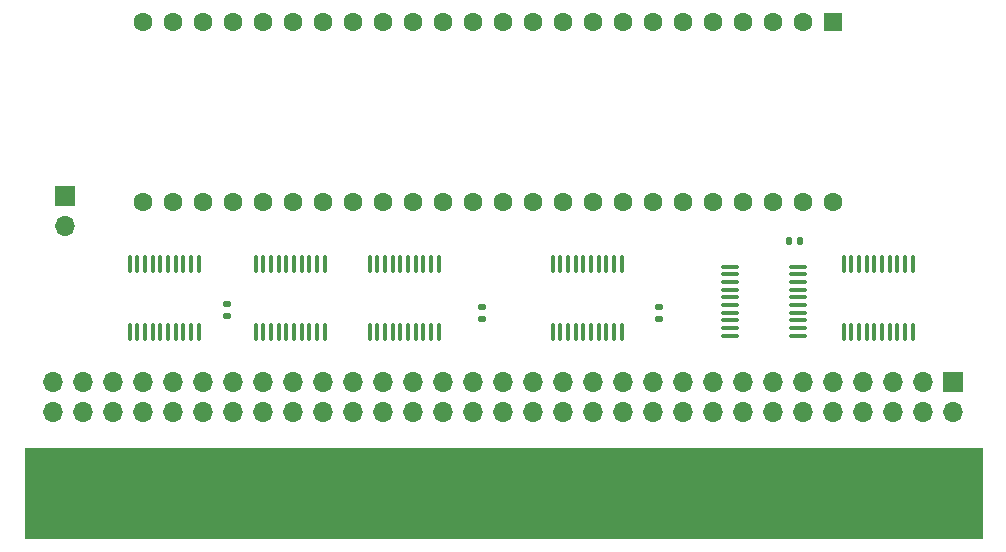
<source format=gts>
G04 #@! TF.GenerationSoftware,KiCad,Pcbnew,(6.0.5)*
G04 #@! TF.CreationDate,2024-08-24T22:28:27-07:00*
G04 #@! TF.ProjectId,XTMAX_PCB,58544d41-585f-4504-9342-2e6b69636164,rev?*
G04 #@! TF.SameCoordinates,Original*
G04 #@! TF.FileFunction,Soldermask,Top*
G04 #@! TF.FilePolarity,Negative*
%FSLAX46Y46*%
G04 Gerber Fmt 4.6, Leading zero omitted, Abs format (unit mm)*
G04 Created by KiCad (PCBNEW (6.0.5)) date 2024-08-24 22:28:27*
%MOMM*%
%LPD*%
G01*
G04 APERTURE LIST*
G04 Aperture macros list*
%AMRoundRect*
0 Rectangle with rounded corners*
0 $1 Rounding radius*
0 $2 $3 $4 $5 $6 $7 $8 $9 X,Y pos of 4 corners*
0 Add a 4 corners polygon primitive as box body*
4,1,4,$2,$3,$4,$5,$6,$7,$8,$9,$2,$3,0*
0 Add four circle primitives for the rounded corners*
1,1,$1+$1,$2,$3*
1,1,$1+$1,$4,$5*
1,1,$1+$1,$6,$7*
1,1,$1+$1,$8,$9*
0 Add four rect primitives between the rounded corners*
20,1,$1+$1,$2,$3,$4,$5,0*
20,1,$1+$1,$4,$5,$6,$7,0*
20,1,$1+$1,$6,$7,$8,$9,0*
20,1,$1+$1,$8,$9,$2,$3,0*%
G04 Aperture macros list end*
%ADD10C,0.120000*%
%ADD11C,0.010000*%
%ADD12R,1.700000X1.700000*%
%ADD13O,1.700000X1.700000*%
%ADD14RoundRect,0.100000X0.637500X0.100000X-0.637500X0.100000X-0.637500X-0.100000X0.637500X-0.100000X0*%
%ADD15RoundRect,0.140000X0.170000X-0.140000X0.170000X0.140000X-0.170000X0.140000X-0.170000X-0.140000X0*%
%ADD16RoundRect,0.100000X-0.100000X0.637500X-0.100000X-0.637500X0.100000X-0.637500X0.100000X0.637500X0*%
%ADD17R,1.780000X7.366000*%
%ADD18RoundRect,0.140000X-0.140000X-0.170000X0.140000X-0.170000X0.140000X0.170000X-0.140000X0.170000X0*%
%ADD19R,1.600000X1.600000*%
%ADD20C,1.600000*%
G04 APERTURE END LIST*
D10*
X88265000Y-113284000D02*
X88265000Y-105664000D01*
G36*
X169291000Y-113284000D02*
G01*
X88265000Y-113284000D01*
X88265000Y-105664000D01*
X169291000Y-105664000D01*
X169291000Y-113284000D01*
G37*
D11*
X169291000Y-113284000D02*
X88265000Y-113284000D01*
X88265000Y-105664000D01*
X169291000Y-105664000D01*
X169291000Y-113284000D01*
D12*
X91694000Y-84328000D03*
D13*
X91694000Y-86868000D03*
D12*
X166878000Y-100070996D03*
D13*
X166878000Y-102610996D03*
X164338000Y-100070996D03*
X164338000Y-102610996D03*
X161798000Y-100070996D03*
X161798000Y-102610996D03*
X159258000Y-100070996D03*
X159258000Y-102610996D03*
X156718000Y-100070996D03*
X156718000Y-102610996D03*
X154178000Y-100070996D03*
X154178000Y-102610996D03*
X151638000Y-100070996D03*
X151638000Y-102610996D03*
X149098000Y-100070996D03*
X149098000Y-102610996D03*
X146558000Y-100070996D03*
X146558000Y-102610996D03*
X144018000Y-100070996D03*
X144018000Y-102610996D03*
X141478000Y-100070996D03*
X141478000Y-102610996D03*
X138938000Y-100070996D03*
X138938000Y-102610996D03*
X136398000Y-100070996D03*
X136398000Y-102610996D03*
X133858000Y-100070996D03*
X133858000Y-102610996D03*
X131318000Y-100070996D03*
X131318000Y-102610996D03*
X128778000Y-100070996D03*
X128778000Y-102610996D03*
X126238000Y-100070996D03*
X126238000Y-102610996D03*
X123698000Y-100070996D03*
X123698000Y-102610996D03*
X121158000Y-100070996D03*
X121158000Y-102610996D03*
X118618000Y-100070996D03*
X118618000Y-102610996D03*
X116078000Y-100070996D03*
X116078000Y-102610996D03*
X113538000Y-100070996D03*
X113538000Y-102610996D03*
X110998000Y-100070996D03*
X110998000Y-102610996D03*
X108458000Y-100070996D03*
X108458000Y-102610996D03*
X105918000Y-100070996D03*
X105918000Y-102610996D03*
X103378000Y-100070996D03*
X103378000Y-102610996D03*
X100838000Y-100070996D03*
X100838000Y-102610996D03*
X98298000Y-100070996D03*
X98298000Y-102610996D03*
X95758000Y-100070996D03*
X95758000Y-102610996D03*
X93218000Y-100070996D03*
X93218000Y-102610996D03*
X90678000Y-100070996D03*
X90678000Y-102610996D03*
D14*
X153738500Y-96143000D03*
X153738500Y-95493000D03*
X153738500Y-94843000D03*
X153738500Y-94193000D03*
X153738500Y-93543000D03*
X153738500Y-92893000D03*
X153738500Y-92243000D03*
X153738500Y-91593000D03*
X153738500Y-90943000D03*
X153738500Y-90293000D03*
X148013500Y-90293000D03*
X148013500Y-90943000D03*
X148013500Y-91593000D03*
X148013500Y-92243000D03*
X148013500Y-92893000D03*
X148013500Y-93543000D03*
X148013500Y-94193000D03*
X148013500Y-94843000D03*
X148013500Y-95493000D03*
X148013500Y-96143000D03*
D15*
X141986000Y-94714000D03*
X141986000Y-93754000D03*
D16*
X163453000Y-90101500D03*
X162803000Y-90101500D03*
X162153000Y-90101500D03*
X161503000Y-90101500D03*
X160853000Y-90101500D03*
X160203000Y-90101500D03*
X159553000Y-90101500D03*
X158903000Y-90101500D03*
X158253000Y-90101500D03*
X157603000Y-90101500D03*
X157603000Y-95826500D03*
X158253000Y-95826500D03*
X158903000Y-95826500D03*
X159553000Y-95826500D03*
X160203000Y-95826500D03*
X160853000Y-95826500D03*
X161503000Y-95826500D03*
X162153000Y-95826500D03*
X162803000Y-95826500D03*
X163453000Y-95826500D03*
X103001000Y-90101500D03*
X102351000Y-90101500D03*
X101701000Y-90101500D03*
X101051000Y-90101500D03*
X100401000Y-90101500D03*
X99751000Y-90101500D03*
X99101000Y-90101500D03*
X98451000Y-90101500D03*
X97801000Y-90101500D03*
X97151000Y-90101500D03*
X97151000Y-95826500D03*
X97801000Y-95826500D03*
X98451000Y-95826500D03*
X99101000Y-95826500D03*
X99751000Y-95826500D03*
X100401000Y-95826500D03*
X101051000Y-95826500D03*
X101701000Y-95826500D03*
X102351000Y-95826500D03*
X103001000Y-95826500D03*
X123321000Y-90101500D03*
X122671000Y-90101500D03*
X122021000Y-90101500D03*
X121371000Y-90101500D03*
X120721000Y-90101500D03*
X120071000Y-90101500D03*
X119421000Y-90101500D03*
X118771000Y-90101500D03*
X118121000Y-90101500D03*
X117471000Y-90101500D03*
X117471000Y-95826500D03*
X118121000Y-95826500D03*
X118771000Y-95826500D03*
X119421000Y-95826500D03*
X120071000Y-95826500D03*
X120721000Y-95826500D03*
X121371000Y-95826500D03*
X122021000Y-95826500D03*
X122671000Y-95826500D03*
X123321000Y-95826500D03*
D17*
X166878000Y-109347000D03*
X164338000Y-109347000D03*
X161798000Y-109347000D03*
X159258000Y-109347000D03*
X156718000Y-109347000D03*
X154178000Y-109347000D03*
X151638000Y-109347000D03*
X149098000Y-109347000D03*
X146558000Y-109347000D03*
X144018000Y-109347000D03*
X141478000Y-109347000D03*
X138938000Y-109347000D03*
X136398000Y-109347000D03*
X133858000Y-109347000D03*
X131318000Y-109347000D03*
X128778000Y-109347000D03*
X126238000Y-109347000D03*
X123698000Y-109347000D03*
X121158000Y-109347000D03*
X118618000Y-109347000D03*
X116078000Y-109347000D03*
X113538000Y-109347000D03*
X110998000Y-109347000D03*
X108458000Y-109347000D03*
X105918000Y-109347000D03*
X103378000Y-109347000D03*
X100838000Y-109347000D03*
X98298000Y-109347000D03*
X95758000Y-109347000D03*
X93218000Y-109347000D03*
X90678000Y-109347000D03*
D18*
X152936000Y-88138000D03*
X153896000Y-88138000D03*
D15*
X127000000Y-94714000D03*
X127000000Y-93754000D03*
X105410000Y-94460000D03*
X105410000Y-93500000D03*
D19*
X156718000Y-69596000D03*
D20*
X154178000Y-69596000D03*
X151638000Y-69596000D03*
X149098000Y-69596000D03*
X146558000Y-69596000D03*
X144018000Y-69596000D03*
X141478000Y-69596000D03*
X138938000Y-69596000D03*
X136398000Y-69596000D03*
X133858000Y-69596000D03*
X131318000Y-69596000D03*
X128778000Y-69596000D03*
X126238000Y-69596000D03*
X123698000Y-69596000D03*
X121158000Y-69596000D03*
X118618000Y-69596000D03*
X116078000Y-69596000D03*
X113538000Y-69596000D03*
X110998000Y-69596000D03*
X108458000Y-69596000D03*
X105918000Y-69596000D03*
X103378000Y-69596000D03*
X100838000Y-69596000D03*
X98298000Y-69596000D03*
X98298000Y-84836000D03*
X100838000Y-84836000D03*
X103378000Y-84836000D03*
X105918000Y-84836000D03*
X108458000Y-84836000D03*
X110998000Y-84836000D03*
X113538000Y-84836000D03*
X116078000Y-84836000D03*
X118618000Y-84836000D03*
X121158000Y-84836000D03*
X123698000Y-84836000D03*
X126238000Y-84836000D03*
X128778000Y-84836000D03*
X131318000Y-84836000D03*
X133858000Y-84836000D03*
X136398000Y-84836000D03*
X138938000Y-84836000D03*
X141478000Y-84836000D03*
X144018000Y-84836000D03*
X146558000Y-84836000D03*
X149098000Y-84836000D03*
X151638000Y-84836000D03*
X154178000Y-84836000D03*
X156718000Y-84836000D03*
D16*
X113669000Y-90101500D03*
X113019000Y-90101500D03*
X112369000Y-90101500D03*
X111719000Y-90101500D03*
X111069000Y-90101500D03*
X110419000Y-90101500D03*
X109769000Y-90101500D03*
X109119000Y-90101500D03*
X108469000Y-90101500D03*
X107819000Y-90101500D03*
X107819000Y-95826500D03*
X108469000Y-95826500D03*
X109119000Y-95826500D03*
X109769000Y-95826500D03*
X110419000Y-95826500D03*
X111069000Y-95826500D03*
X111719000Y-95826500D03*
X112369000Y-95826500D03*
X113019000Y-95826500D03*
X113669000Y-95826500D03*
X138815000Y-90101500D03*
X138165000Y-90101500D03*
X137515000Y-90101500D03*
X136865000Y-90101500D03*
X136215000Y-90101500D03*
X135565000Y-90101500D03*
X134915000Y-90101500D03*
X134265000Y-90101500D03*
X133615000Y-90101500D03*
X132965000Y-90101500D03*
X132965000Y-95826500D03*
X133615000Y-95826500D03*
X134265000Y-95826500D03*
X134915000Y-95826500D03*
X135565000Y-95826500D03*
X136215000Y-95826500D03*
X136865000Y-95826500D03*
X137515000Y-95826500D03*
X138165000Y-95826500D03*
X138815000Y-95826500D03*
M02*

</source>
